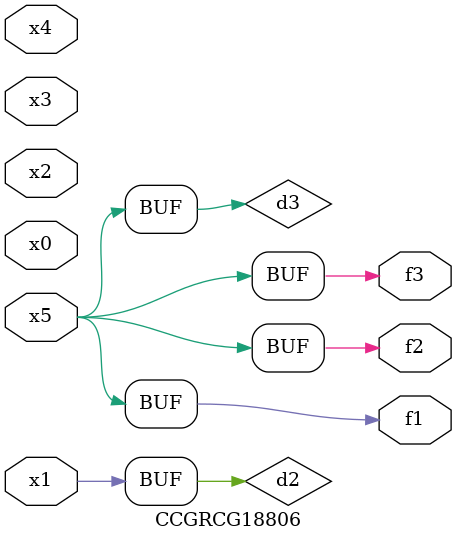
<source format=v>
module CCGRCG18806(
	input x0, x1, x2, x3, x4, x5,
	output f1, f2, f3
);

	wire d1, d2, d3;

	not (d1, x5);
	or (d2, x1);
	xnor (d3, d1);
	assign f1 = d3;
	assign f2 = d3;
	assign f3 = d3;
endmodule

</source>
